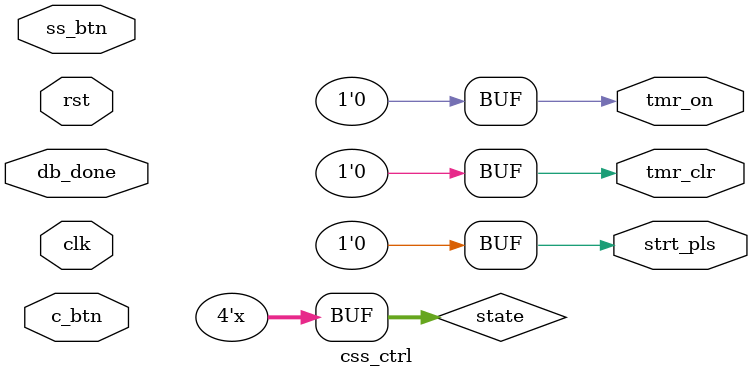
<source format=v>
`timescale 1ns / 1ps
module css_ctrl(
    input c_btn,
    input ss_btn,
    input db_done,
    input rst,
    input clk,
    output reg strt_pls,
    output reg tmr_on,
    output reg tmr_clr
    );


//Paramters for the state machine states
parameter IDLE = 0, START = 1, STWAIT = 2, RUN = 3, ICLEAR = 4, SPWAIT = 5, STOP = 6, RCLEAR = 7;

//Store state and next_state
reg [3:0] state, next_state;

//Sequential  Logic
always @(posedge clk)
begin
	state <= next_state;
end  //End of sequential logic

//Combinational Logic
always @(state, c_btn, ss_btn, db_done, rst)

begin

	state = next_state;
	

	strt_pls = 0;
	tmr_on = 0;
	tmr_clr = 0;

	case (state)
	
		IDLE:
			begin
				if((ss_btn == 1) && (c_btn == 0)) next_state = START;
				//if((ss_btn == 0) && (c_btn == 0)) next_state = IDLE;
				if(c_btn == 1) next_state = ICLEAR;
			end

		START:
			begin
				strt_pls = 1;
				next_state = STWAIT;
			end

		STWAIT:
			begin
				tmr_on = 1;
				if(db_done == 1) next_state = RUN;
				//if(db_done == 0) next_state = STWAIT;
			end

		RUN:
			begin
				tmr_on = 1;
				if((ss_btn == 0) && (c_btn == 0)) next_state = RUN;
				if(c_btn == 1) next_state = RCLEAR;
				if((ss_btn == 1) && (c_btn == 0)) next_state = STOP;
			end

		ICLEAR:
			begin
				tmr_clr = 1;
				next_state = IDLE;	
			end

		SPWAIT:
			begin
				//if(db_done == 0) next_state = SPWAIT;
				if(db_done == 1) next_state = IDLE;
			end

		STOP:
			begin
				strt_pls = 1;
				next_state = SPWAIT;
			end

		RCLEAR:
			begin
				tmr_clr = 1;
				next_state = RUN;
			end


	endcase

	//high priority stuff
	if (rst == 1) next_state = IDLE;

end //End of combinational logic for our state machine

endmodule

</source>
